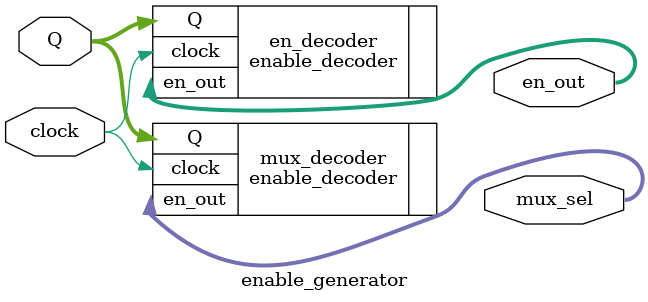
<source format=sv>
`timescale 1ns / 1ps


module enable_generator #(parameter Word_size = 8, Max_Quantization = 32,  Desired_Quantization=4)(
    input clock,
    input [1:0] Q,
    output [7:0] en_out,
    output [7:0] mux_sel
    );
    
//    assign Q = 2'b00;
    
    (*keep_hierarchy="yes"*) enable_decoder en_decoder(
    .clock(clock),
    .Q(Q),
    .en_out(en_out)
    );
    
    (*keep_hierarchy="yes"*) enable_decoder mux_decoder(
    .clock(clock),
    .Q(Q),
    .en_out(mux_sel)
    );
    
endmodule
</source>
